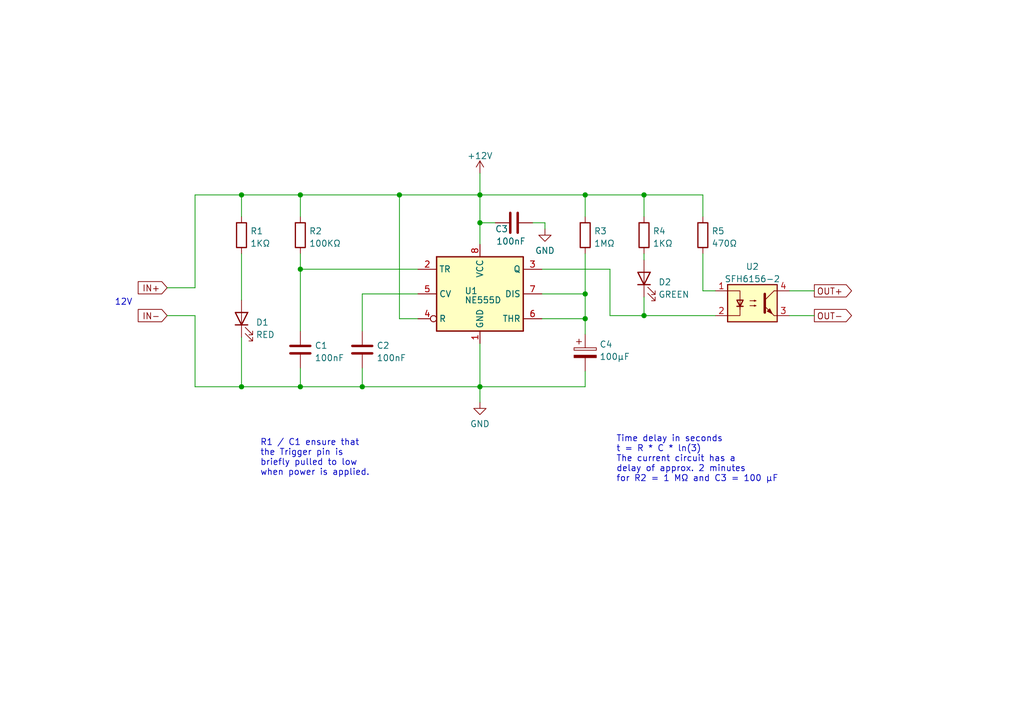
<source format=kicad_sch>
(kicad_sch (version 20211123) (generator eeschema)
  (paper "A5")
  (title_block (title "555 Delay Timer") (date "2025-02-07") (company "Copyright (C) 2025, Karim Hraibi") (comment 2 "by a time duration defined by the values of R2 and C3.") (comment 3 "This circuit delays the power on of the optocoupler"))
  (lib_symbols
    (symbol "Device:C" (pin_numbers hide) (pin_names (offset 0.254))
      (property "Reference" "C" (at 0.635 2.54 0))
      (property "Value" "C" (at 0.635 -2.54 0))
      (symbol "C_0_1"
        (polyline (pts (xy -2.032 -0.762) (xy 2.032 -0.762)) (stroke (width 0.508)))
        (polyline (pts (xy -2.032 0.762) (xy 2.032 0.762)) (stroke (width 0.508)))
      )
      (symbol "C_1_1"
        (pin passive line (at 0 3.81 270) (length 2.794) (name "~") (number "1"))
        (pin passive line (at 0 -3.81 90) (length 2.794) (name "~") (number "2"))
      )
    )
    (symbol "Device:C_Polarized" (pin_numbers hide) (pin_names (offset 0.254))
      (property "Reference" "C" (at 0.635 2.54 0))
      (property "Value" "C_Polarized" (at 0.635 -2.54 0))
      (symbol "C_Polarized_0_1"
        (rectangle (start -2.286 0.508) (end 2.286 1.016))
        (polyline (pts (xy -1.778 2.286) (xy -0.762 2.286)))
        (polyline (pts (xy -1.27 2.794) (xy -1.27 1.778)))
        (rectangle (start 2.286 -0.508) (end -2.286 -1.016) (fill (type outline)))
      )
      (symbol "C_Polarized_1_1"
        (pin passive line (at 0 3.81 270) (length 2.794) (name "~") (number "1"))
        (pin passive line (at 0 -3.81 90) (length 2.794) (name "~") (number "2"))
      )
    )
    (symbol "Device:LED" (pin_numbers hide) (pin_names (offset 1.016) hide)
      (property "Reference" "D" (at 0 2.54 0))
      (property "Value" "LED" (at 0 -2.54 0))
      (symbol "LED_0_1"
        (polyline (pts (xy -1.27 -1.27) (xy -1.27 1.27)) (stroke (width 0.254)))
        (polyline (pts (xy -1.27 0) (xy 1.27 0)))
        (polyline (pts (xy 1.27 -1.27) (xy 1.27 1.27) (xy -1.27 0) (xy 1.27 -1.27)) (stroke (width 0.254)))
        (polyline (pts (xy -3.048 -0.762) (xy -4.572 -2.286) (xy -3.81 -2.286) (xy -4.572 -2.286) (xy -4.572 -1.524)))
        (polyline (pts (xy -1.778 -0.762) (xy -3.302 -2.286) (xy -2.54 -2.286) (xy -3.302 -2.286) (xy -3.302 -1.524)))
      )
      (symbol "LED_1_1"
        (pin passive line (at -3.81 0 0) (length 2.54) (name "K") (number "1"))
        (pin passive line (at 3.81 0 180) (length 2.54) (name "A") (number "2"))
      )
    )
    (symbol "Device:R" (pin_numbers hide) (pin_names (offset 0))
      (property "Reference" "R" (at 2.032 0 90))
      (property "Value" "R" (at 0 0 90))
      (symbol "R_0_1"
        (rectangle (start -1.016 -2.54) (end 1.016 2.54) (stroke (width 0.254)))
      )
      (symbol "R_1_1"
        (pin passive line (at 0 3.81 270) (length 1.27) (name "~") (number "1"))
        (pin passive line (at 0 -3.81 90) (length 1.27) (name "~") (number "2"))
      )
    )
    (symbol "Isolator:SFH617A-1" (pin_names (offset 1.016))
      (property "Reference" "U" (at -5.08 5.08 0))
      (property "Value" "SFH617A-1" (at 0 5.08 0))
      (symbol "SFH617A-1_0_1"
        (rectangle (start -5.08 3.81) (end 5.08 -3.81) (stroke (width 0.254)) (fill (type background)))
        (polyline (pts (xy -3.175 -0.635) (xy -1.905 -0.635)) (stroke (width 0.254)))
        (polyline (pts (xy 2.54 0.635) (xy 4.445 2.54)))
        (polyline (pts (xy 4.445 -2.54) (xy 2.54 -0.635)) (fill (type outline)))
        (polyline (pts (xy 4.445 -2.54) (xy 5.08 -2.54)))
        (polyline (pts (xy 4.445 2.54) (xy 5.08 2.54)))
        (polyline (pts (xy -2.54 -0.635) (xy -2.54 -2.54) (xy -5.08 -2.54)))
        (polyline (pts (xy 2.54 1.905) (xy 2.54 -1.905) (xy 2.54 -1.905)) (stroke (width 0.508)))
        (polyline (pts (xy -5.08 2.54) (xy -2.54 2.54) (xy -2.54 -1.27) (xy -2.54 0.635)))
        (polyline (pts (xy -2.54 -0.635) (xy -3.175 0.635) (xy -1.905 0.635) (xy -2.54 -0.635)) (stroke (width 0.254)))
        (polyline (pts (xy -0.508 -0.508) (xy 0.762 -0.508) (xy 0.381 -0.635) (xy 0.381 -0.381) (xy 0.762 -0.508)))
        (polyline (pts (xy -0.508 0.508) (xy 0.762 0.508) (xy 0.381 0.381) (xy 0.381 0.635) (xy 0.762 0.508)))
        (polyline (pts (xy 3.048 -1.651) (xy 3.556 -1.143) (xy 4.064 -2.159) (xy 3.048 -1.651) (xy 3.048 -1.651)) (fill (type outline)))
      )
      (symbol "SFH617A-1_1_1"
        (pin passive line (at -7.62 2.54 0) (length 2.54) (name "~") (number "1"))
        (pin passive line (at -7.62 -2.54 0) (length 2.54) (name "~") (number "2"))
        (pin passive line (at 7.62 -2.54 180) (length 2.54) (name "~") (number "3"))
        (pin passive line (at 7.62 2.54 180) (length 2.54) (name "~") (number "4"))
      )
    )
    (symbol "Timer:NE555D"
      (property "Reference" "U" (at -10.16 8.89 0))
      (property "Value" "NE555D" (at 2.54 8.89 0))
      (symbol "NE555D_0_0"
        (pin power_in line (at 0 -10.16 90) (length 2.54) (name "GND") (number "1"))
        (pin power_in line (at 0 10.16 270) (length 2.54) (name "VCC") (number "8"))
      )
      (symbol "NE555D_0_1"
        (rectangle (start -8.89 -7.62) (end 8.89 7.62) (stroke (width 0.254)) (fill (type background)))
        (rectangle (start -8.89 -7.62) (end 8.89 7.62) (stroke (width 0.254)) (fill (type background)))
      )
      (symbol "NE555D_1_1"
        (pin input line (at -12.7 5.08 0) (length 3.81) (name "TR") (number "2"))
        (pin output line (at 12.7 5.08 180) (length 3.81) (name "Q") (number "3"))
        (pin input inverted (at -12.7 -5.08 0) (length 3.81) (name "R") (number "4"))
        (pin input line (at -12.7 0 0) (length 3.81) (name "CV") (number "5"))
        (pin input line (at 12.7 -5.08 180) (length 3.81) (name "THR") (number "6"))
        (pin input line (at 12.7 0 180) (length 3.81) (name "DIS") (number "7"))
      )
    )
    (symbol "power:+12V" (power) (pin_names (offset 0))
      (property "Value" "+12V" (at 0 3.556 0))
      (symbol "+12V_0_1"
        (polyline (pts (xy -0.762 1.27) (xy 0 2.54)))
        (polyline (pts (xy 0 0) (xy 0 2.54)))
        (polyline (pts (xy 0 2.54) (xy 0.762 1.27)))
      )
      (symbol "+12V_1_1"
        (pin power_in line (at 0 0 90) (length 0) hide (name "+12V") (number "1"))
      )
    )
    (symbol "power:GND" (power) (pin_names (offset 0))
      (property "Value" "GND" (at 0 -3.81 0))
      (symbol "GND_0_1"
        (polyline (pts (xy 0 0) (xy 0 -1.27) (xy 1.27 -1.27) (xy 0 -2.54) (xy -1.27 -1.27) (xy 0 -1.27)))
      )
      (symbol "GND_1_1"
        (pin power_in line (at 0 0 270) (length 0) hide (name "GND") (number "1"))
      )
    )
  )
  (junction (at 61.595 40.005))
  (junction (at 132.08 40.005))
  (junction (at 132.08 64.77))
  (junction (at 49.53 79.375))
  (junction (at 98.425 45.72))
  (junction (at 98.425 79.375))
  (junction (at 98.425 40.005))
  (junction (at 120.015 60.325))
  (junction (at 61.595 55.245))
  (junction (at 49.53 40.005))
  (junction (at 120.015 65.405))
  (junction (at 74.295 79.375))
  (junction (at 120.015 40.005))
  (junction (at 61.595 79.375))
  (junction (at 81.915 40.005))
  (wire (pts (xy 132.08 60.96) (xy 132.08 64.77)))
  (wire (pts (xy 109.22 45.72) (xy 111.76 45.72)))
  (wire (pts (xy 144.145 40.005) (xy 144.145 44.45)))
  (wire (pts (xy 98.425 79.375) (xy 98.425 82.55)))
  (wire (pts (xy 111.125 60.325) (xy 120.015 60.325)))
  (wire (pts (xy 120.015 65.405) (xy 120.015 68.58)))
  (wire (pts (xy 146.685 59.69) (xy 144.145 59.69)))
  (wire (pts (xy 61.595 79.375) (xy 74.295 79.375)))
  (wire (pts (xy 49.53 79.375) (xy 61.595 79.375)))
  (wire (pts (xy 120.015 76.2) (xy 120.015 79.375)))
  (wire (pts (xy 132.08 40.005) (xy 132.08 44.45)))
  (wire (pts (xy 111.76 45.72) (xy 111.76 46.99)))
  (wire (pts (xy 49.53 40.005) (xy 61.595 40.005)))
  (wire (pts (xy 98.425 70.485) (xy 98.425 79.375)))
  (wire (pts (xy 132.08 40.005) (xy 144.145 40.005)))
  (wire (pts (xy 81.915 65.405) (xy 85.725 65.405)))
  (wire (pts (xy 125.095 64.77) (xy 125.095 55.245)))
  (wire (pts (xy 125.095 64.77) (xy 132.08 64.77)))
  (wire (pts (xy 144.145 59.69) (xy 144.145 52.07)))
  (wire (pts (xy 81.915 65.405) (xy 81.915 40.005)))
  (wire (pts (xy 98.425 40.005) (xy 98.425 45.72)))
  (wire (pts (xy 98.425 45.72) (xy 98.425 50.165)))
  (wire (pts (xy 40.005 79.375) (xy 40.005 64.77)))
  (wire (pts (xy 49.53 40.005) (xy 49.53 44.45)))
  (wire (pts (xy 120.015 40.005) (xy 132.08 40.005)))
  (wire (pts (xy 49.53 52.07) (xy 49.53 61.595)))
  (wire (pts (xy 81.915 40.005) (xy 98.425 40.005)))
  (wire (pts (xy 40.005 59.055) (xy 34.29 59.055)))
  (wire (pts (xy 120.015 60.325) (xy 120.015 65.405)))
  (wire (pts (xy 40.005 40.005) (xy 49.53 40.005)))
  (wire (pts (xy 161.925 59.69) (xy 167.005 59.69)))
  (wire (pts (xy 40.005 79.375) (xy 49.53 79.375)))
  (wire (pts (xy 61.595 55.245) (xy 85.725 55.245)))
  (wire (pts (xy 132.08 52.07) (xy 132.08 53.34)))
  (wire (pts (xy 49.53 69.215) (xy 49.53 79.375)))
  (wire (pts (xy 61.595 67.945) (xy 61.595 55.245)))
  (wire (pts (xy 98.425 35.56) (xy 98.425 40.005)))
  (wire (pts (xy 40.005 40.005) (xy 40.005 59.055)))
  (wire (pts (xy 161.925 64.77) (xy 167.005 64.77)))
  (wire (pts (xy 40.005 64.77) (xy 34.29 64.77)))
  (wire (pts (xy 61.595 75.565) (xy 61.595 79.375)))
  (wire (pts (xy 74.295 60.325) (xy 74.295 67.945)))
  (wire (pts (xy 98.425 40.005) (xy 120.015 40.005)))
  (wire (pts (xy 61.595 52.07) (xy 61.595 55.245)))
  (wire (pts (xy 61.595 40.005) (xy 81.915 40.005)))
  (wire (pts (xy 120.015 40.005) (xy 120.015 44.45)))
  (wire (pts (xy 111.125 65.405) (xy 120.015 65.405)))
  (wire (pts (xy 120.015 52.07) (xy 120.015 60.325)))
  (wire (pts (xy 132.08 64.77) (xy 146.685 64.77)))
  (wire (pts (xy 120.015 79.375) (xy 98.425 79.375)))
  (wire (pts (xy 74.295 75.565) (xy 74.295 79.375)))
  (wire (pts (xy 98.425 45.72) (xy 101.6 45.72)))
  (wire (pts (xy 61.595 44.45) (xy 61.595 40.005)))
  (wire (pts (xy 85.725 60.325) (xy 74.295 60.325)))
  (wire (pts (xy 74.295 79.375) (xy 98.425 79.375)))
  (wire (pts (xy 125.095 55.245) (xy 111.125 55.245)))
  (text "12V" (at 23.495 62.865 0) (effects (font (size 1.27 1.27)) (justify left bottom)))
  (text "Time delay in seconds\nt = R * C * ln(3)\nThe current circuit has a \ndelay of approx. 2 minutes\nfor R2 = 1 MΩ and C3 = 100 µF " (at 126.365 99.06 0) (effects (font (size 1.27 1.27)) (justify left bottom)))
  (text "R1 / C1 ensure that\nthe Trigger pin is\nbriefly pulled to low\nwhen power is applied. " (at 53.34 97.79 0) (effects (font (size 1.27 1.27)) (justify left bottom)))
  (global_label "OUT-" (shape output) (at 167.005 64.77 0) (property "Intersheet References" "${INTERSHEET_REFS}" (effects hide)))
  (global_label "IN-" (shape input) (at 34.29 64.77 180) (property "Intersheet References" "${INTERSHEET_REFS}" (effects hide)))
  (global_label "OUT+" (shape output) (at 167.005 59.69 0) (property "Intersheet References" "${INTERSHEET_REFS}" (effects hide)))
  (global_label "IN+" (shape input) (at 34.29 59.055 180) (property "Intersheet References" "${INTERSHEET_REFS}" (effects hide)))
  (symbol (lib_id "Device:LED") (at 49.53 65.405 90) (unit 1)
    (property "Reference" "D1" (at 52.451 66.1578 90) (effects (justify right)))
    (property "Value" "RED" (at 52.451 68.6947 90) (effects (justify right)))
  )
  (symbol (lib_id "power:GND") (at 111.76 46.99 0) (unit 1)
    (property "Reference" "#PWR03" (effects hide))
    (property "Value" "GND" (at 111.76 51.4334 0))
  )
  (symbol (lib_id "power:GND") (at 98.425 82.55 0) (unit 1)
    (property "Reference" "#PWR02" (effects hide))
    (property "Value" "GND" (at 98.425 86.9934 0))
  )
  (symbol (lib_id "Device:C") (at 61.595 71.755 0) (unit 1)
    (property "Reference" "C1" (at 64.516 70.9203 0) (effects (justify left)))
    (property "Value" "100nF" (at 64.516 73.4572 0) (effects (justify left)))
  )
  (symbol (lib_id "Device:C") (at 74.295 71.755 0) (unit 1)
    (property "Reference" "C2" (at 77.216 70.9203 0) (effects (justify left)))
    (property "Value" "100nF" (at 77.216 73.4572 0) (effects (justify left)))
  )
  (symbol (lib_id "Device:R") (at 144.145 48.26 0) (unit 1)
    (property "Reference" "R5" (at 145.923 47.4253 0) (effects (justify left)))
    (property "Value" "470Ω" (at 145.923 49.9622 0) (effects (justify left)))
  )
  (symbol (lib_id "Device:C") (at 105.41 45.72 270) (unit 1)
    (property "Reference" "C3" (at 102.87 46.99 90))
    (property "Value" "100nF" (at 104.775 49.53 90))
  )
  (symbol (lib_id "Device:R") (at 49.53 48.26 0) (unit 1)
    (property "Reference" "R1" (at 51.308 47.4253 0) (effects (justify left)))
    (property "Value" "1KΩ" (at 51.308 49.9622 0) (effects (justify left)))
  )
  (symbol (lib_id "Timer:NE555D") (at 98.425 60.325 0) (unit 1)
    (property "Reference" "U1" (at 95.25 59.69 0) (effects (justify left)))
    (property "Value" "NE555D" (at 95.25 61.595 0) (effects (justify left)))
    (property "Footprint" "Package_SO:SOIC-8_3.9x4.9mm_P1.27mm" (effects hide))
    (property "Datasheet" "http://www.ti.com/lit/ds/symlink/ne555.pdf" (effects hide))
  )
  (symbol (lib_id "Device:R") (at 132.08 48.26 0) (unit 1)
    (property "Reference" "R4" (at 133.858 47.4253 0) (effects (justify left)))
    (property "Value" "1KΩ" (at 133.858 49.9622 0) (effects (justify left)))
  )
  (symbol (lib_id "Isolator:SFH617A-1") (at 154.305 62.23 0) (unit 1)
    (property "Reference" "U2" (at 154.305 54.7202 0))
    (property "Value" "SFH6156-2" (at 154.305 57.2571 0))
    (property "Footprint" "Package_DIP:DIP-4_W7.62mm" (effects hide))
    (property "Datasheet" "http://www.vishay.com/docs/83740/sfh617a.pdf" (effects hide))
  )
  (symbol (lib_id "Device:R") (at 120.015 48.26 0) (unit 1)
    (property "Reference" "R3" (at 121.793 47.4253 0) (effects (justify left)))
    (property "Value" "1MΩ" (at 121.793 49.9622 0) (effects (justify left)))
  )
  (symbol (lib_id "Device:LED") (at 132.08 57.15 90) (unit 1)
    (property "Reference" "D2" (at 135.001 57.9028 90) (effects (justify right)))
    (property "Value" "GREEN" (at 135.001 60.4397 90) (effects (justify right)))
  )
  (symbol (lib_id "power:+12V") (at 98.425 35.56 0) (unit 1)
    (property "Reference" "#PWR01" (effects hide))
    (property "Value" "+12V" (at 98.425 31.9842 0))
  )
  (symbol (lib_id "Device:C_Polarized") (at 120.015 72.39 0) (unit 1)
    (property "Reference" "C4" (at 122.936 70.6663 0) (effects (justify left)))
    (property "Value" "100µF" (at 122.936 73.2032 0) (effects (justify left)))
  )
  (symbol (lib_id "Device:R") (at 61.595 48.26 0) (unit 1)
    (property "Reference" "R2" (at 63.373 47.4253 0) (effects (justify left)))
    (property "Value" "100KΩ" (at 63.373 49.9622 0) (effects (justify left)))
  )
)
</source>
